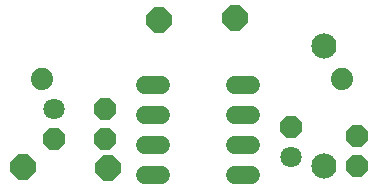
<source format=gbs>
G75*
%MOIN*%
%OFA0B0*%
%FSLAX25Y25*%
%IPPOS*%
%LPD*%
%AMOC8*
5,1,8,0,0,1.08239X$1,22.5*
%
%ADD10C,0.08400*%
%ADD11C,0.06000*%
%ADD12OC8,0.07400*%
%ADD13C,0.07400*%
%ADD14OC8,0.07100*%
%ADD15C,0.07100*%
%ADD16OC8,0.08400*%
D10*
X0190333Y0009300D03*
X0190333Y0049300D03*
D11*
X0165933Y0036300D02*
X0160733Y0036300D01*
X0135933Y0036300D02*
X0130733Y0036300D01*
X0130733Y0026300D02*
X0135933Y0026300D01*
X0160733Y0026300D02*
X0165933Y0026300D01*
X0165933Y0016300D02*
X0160733Y0016300D01*
X0135933Y0016300D02*
X0130733Y0016300D01*
X0130733Y0006300D02*
X0135933Y0006300D01*
X0160733Y0006300D02*
X0165933Y0006300D01*
D12*
X0201333Y0009300D03*
X0201333Y0019300D03*
X0117333Y0018300D03*
X0117333Y0028300D03*
D13*
X0096333Y0038300D03*
X0196333Y0038300D03*
D14*
X0179333Y0022300D03*
X0100333Y0018300D03*
D15*
X0100333Y0028300D03*
X0179333Y0012300D03*
D16*
X0089933Y0008800D03*
X0118233Y0008500D03*
X0135533Y0057900D03*
X0160833Y0058600D03*
M02*

</source>
